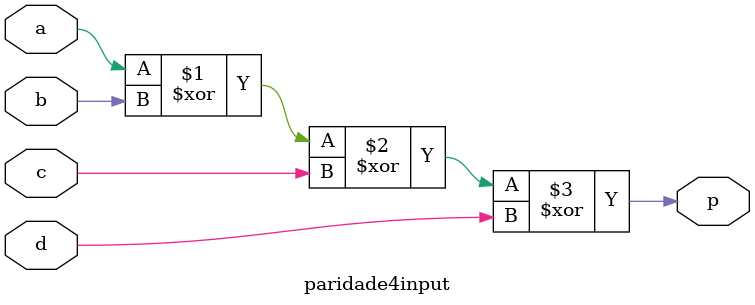
<source format=sv>
module paridade4input(
    input logic a, b, c, d,
    output logic p
);
    
    assign p = a ^ b ^ c ^ d;
    
endmodule
</source>
